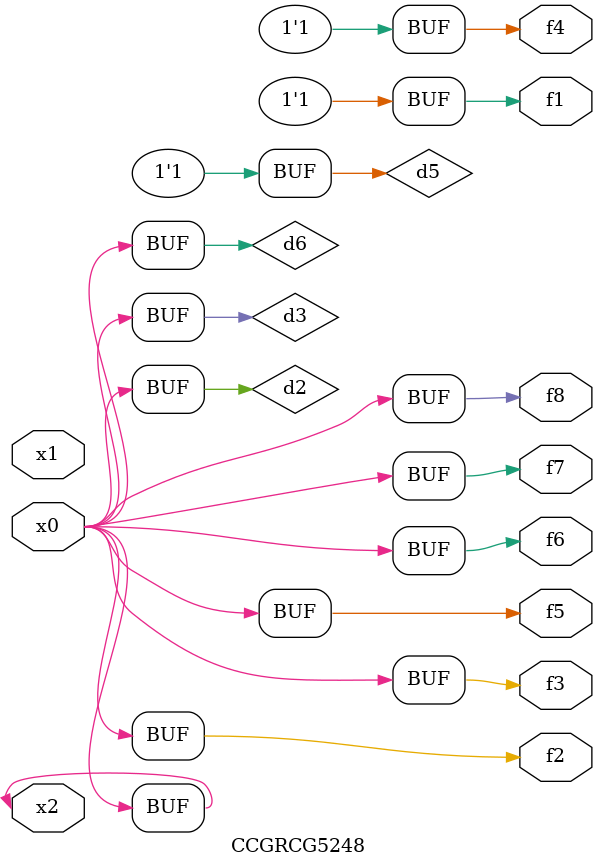
<source format=v>
module CCGRCG5248(
	input x0, x1, x2,
	output f1, f2, f3, f4, f5, f6, f7, f8
);

	wire d1, d2, d3, d4, d5, d6;

	xnor (d1, x2);
	buf (d2, x0, x2);
	and (d3, x0);
	xnor (d4, x1, x2);
	nand (d5, d1, d3);
	buf (d6, d2, d3);
	assign f1 = d5;
	assign f2 = d6;
	assign f3 = d6;
	assign f4 = d5;
	assign f5 = d6;
	assign f6 = d6;
	assign f7 = d6;
	assign f8 = d6;
endmodule

</source>
